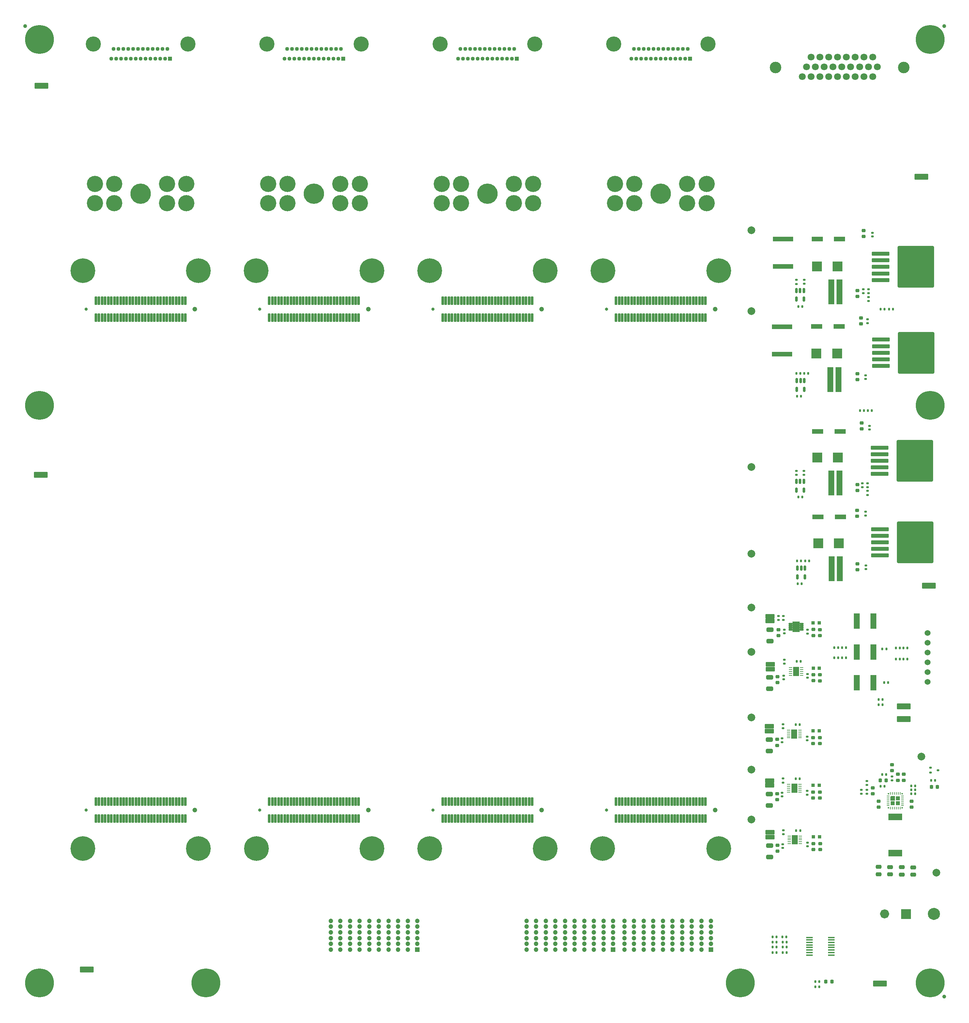
<source format=gbr>
%TF.GenerationSoftware,KiCad,Pcbnew,9.0.6-9.0.6~ubuntu22.04.1*%
%TF.CreationDate,2026-01-06T17:11:06-05:00*%
%TF.ProjectId,psc_carrier_brd,7073635f-6361-4727-9269-65725f627264,rev?*%
%TF.SameCoordinates,Original*%
%TF.FileFunction,Soldermask,Top*%
%TF.FilePolarity,Negative*%
%FSLAX46Y46*%
G04 Gerber Fmt 4.6, Leading zero omitted, Abs format (unit mm)*
G04 Created by KiCad (PCBNEW 9.0.6-9.0.6~ubuntu22.04.1) date 2026-01-06 17:11:06*
%MOMM*%
%LPD*%
G01*
G04 APERTURE LIST*
G04 Aperture macros list*
%AMRoundRect*
0 Rectangle with rounded corners*
0 $1 Rounding radius*
0 $2 $3 $4 $5 $6 $7 $8 $9 X,Y pos of 4 corners*
0 Add a 4 corners polygon primitive as box body*
4,1,4,$2,$3,$4,$5,$6,$7,$8,$9,$2,$3,0*
0 Add four circle primitives for the rounded corners*
1,1,$1+$1,$2,$3*
1,1,$1+$1,$4,$5*
1,1,$1+$1,$6,$7*
1,1,$1+$1,$8,$9*
0 Add four rect primitives between the rounded corners*
20,1,$1+$1,$2,$3,$4,$5,0*
20,1,$1+$1,$4,$5,$6,$7,0*
20,1,$1+$1,$6,$7,$8,$9,0*
20,1,$1+$1,$8,$9,$2,$3,0*%
%AMOutline5P*
0 Free polygon, 5 corners , with rotation*
0 The origin of the aperture is its center*
0 number of corners: always 5*
0 $1 to $10 corner X, Y*
0 $11 Rotation angle, in degrees counterclockwise*
0 create outline with 5 corners*
4,1,5,$1,$2,$3,$4,$5,$6,$7,$8,$9,$10,$1,$2,$11*%
%AMOutline6P*
0 Free polygon, 6 corners , with rotation*
0 The origin of the aperture is its center*
0 number of corners: always 6*
0 $1 to $12 corner X, Y*
0 $13 Rotation angle, in degrees counterclockwise*
0 create outline with 6 corners*
4,1,6,$1,$2,$3,$4,$5,$6,$7,$8,$9,$10,$11,$12,$1,$2,$13*%
%AMOutline7P*
0 Free polygon, 7 corners , with rotation*
0 The origin of the aperture is its center*
0 number of corners: always 7*
0 $1 to $14 corner X, Y*
0 $15 Rotation angle, in degrees counterclockwise*
0 create outline with 7 corners*
4,1,7,$1,$2,$3,$4,$5,$6,$7,$8,$9,$10,$11,$12,$13,$14,$1,$2,$15*%
%AMOutline8P*
0 Free polygon, 8 corners , with rotation*
0 The origin of the aperture is its center*
0 number of corners: always 8*
0 $1 to $16 corner X, Y*
0 $17 Rotation angle, in degrees counterclockwise*
0 create outline with 8 corners*
4,1,8,$1,$2,$3,$4,$5,$6,$7,$8,$9,$10,$11,$12,$13,$14,$15,$16,$1,$2,$17*%
G04 Aperture macros list end*
%ADD10C,1.226200*%
%ADD11C,1.576200*%
%ADD12C,0.010000*%
%ADD13C,1.000000*%
%ADD14C,3.600000*%
%ADD15C,6.400000*%
%ADD16R,2.997200X1.168400*%
%ADD17R,2.560396X2.499995*%
%ADD18RoundRect,0.135000X0.185000X-0.135000X0.185000X0.135000X-0.185000X0.135000X-0.185000X-0.135000X0*%
%ADD19RoundRect,0.102000X1.110000X-0.470000X1.110000X0.470000X-1.110000X0.470000X-1.110000X-0.470000X0*%
%ADD20RoundRect,0.062500X0.362500X0.062500X-0.362500X0.062500X-0.362500X-0.062500X0.362500X-0.062500X0*%
%ADD21R,1.650000X2.380000*%
%ADD22RoundRect,0.225000X-0.250000X0.225000X-0.250000X-0.225000X0.250000X-0.225000X0.250000X0.225000X0*%
%ADD23R,0.812800X0.889000*%
%ADD24C,2.000000*%
%ADD25RoundRect,0.222222X-1.552778X-0.577778X1.552778X-0.577778X1.552778X0.577778X-1.552778X0.577778X0*%
%ADD26RoundRect,0.135000X-0.135000X-0.185000X0.135000X-0.185000X0.135000X0.185000X-0.135000X0.185000X0*%
%ADD27RoundRect,0.250000X-2.050000X-0.300000X2.050000X-0.300000X2.050000X0.300000X-2.050000X0.300000X0*%
%ADD28RoundRect,0.250002X-4.449998X-5.149998X4.449998X-5.149998X4.449998X5.149998X-4.449998X5.149998X0*%
%ADD29RoundRect,0.135000X0.135000X0.185000X-0.135000X0.185000X-0.135000X-0.185000X0.135000X-0.185000X0*%
%ADD30RoundRect,0.218750X-0.218750X-0.256250X0.218750X-0.256250X0.218750X0.256250X-0.218750X0.256250X0*%
%ADD31C,4.204000*%
%ADD32C,5.284000*%
%ADD33C,2.997200*%
%ADD34C,1.804200*%
%ADD35RoundRect,0.135000X-0.185000X0.135000X-0.185000X-0.135000X0.185000X-0.135000X0.185000X0.135000X0*%
%ADD36C,7.500000*%
%ADD37RoundRect,0.102000X-0.698500X-0.139700X0.698500X-0.139700X0.698500X0.139700X-0.698500X0.139700X0*%
%ADD38C,1.524000*%
%ADD39RoundRect,0.140000X-0.170000X0.140000X-0.170000X-0.140000X0.170000X-0.140000X0.170000X0.140000X0*%
%ADD40R,1.603200X6.500000*%
%ADD41C,0.830000*%
%ADD42C,1.230000*%
%ADD43RoundRect,0.102000X-0.250000X-1.000000X0.250000X-1.000000X0.250000X1.000000X-0.250000X1.000000X0*%
%ADD44R,0.375000X0.375000*%
%ADD45R,0.700000X0.250000*%
%ADD46R,0.250000X0.700000*%
%ADD47Outline5P,-0.562500X0.427500X-0.427500X0.562500X0.562500X0.562500X0.562500X-0.562500X-0.562500X-0.562500X0.000000*%
%ADD48R,1.125000X1.125000*%
%ADD49R,5.308600X1.295400*%
%ADD50RoundRect,0.225000X0.250000X-0.225000X0.250000X0.225000X-0.250000X0.225000X-0.250000X-0.225000X0*%
%ADD51RoundRect,0.218750X0.218750X0.256250X-0.218750X0.256250X-0.218750X-0.256250X0.218750X-0.256250X0*%
%ADD52RoundRect,0.140000X0.170000X-0.140000X0.170000X0.140000X-0.170000X0.140000X-0.170000X-0.140000X0*%
%ADD53RoundRect,0.250000X-0.650000X0.325000X-0.650000X-0.325000X0.650000X-0.325000X0.650000X0.325000X0*%
%ADD54R,1.016000X1.016000*%
%ADD55C,1.016000*%
%ADD56C,3.937000*%
%ADD57RoundRect,0.150000X-0.150000X0.512500X-0.150000X-0.512500X0.150000X-0.512500X0.150000X0.512500X0*%
%ADD58RoundRect,0.250000X-0.475000X0.250000X-0.475000X-0.250000X0.475000X-0.250000X0.475000X0.250000X0*%
%ADD59R,3.560000X1.780000*%
%ADD60RoundRect,0.102000X-0.500000X-0.500000X0.500000X-0.500000X0.500000X0.500000X-0.500000X0.500000X0*%
%ADD61C,1.204000*%
%ADD62R,1.676400X0.355600*%
%ADD63RoundRect,0.225000X-0.225000X-0.250000X0.225000X-0.250000X0.225000X0.250000X-0.225000X0.250000X0*%
%ADD64C,3.000000*%
%ADD65RoundRect,0.090000X0.393700X0.152400X-0.393700X0.152400X-0.393700X-0.152400X0.393700X-0.152400X0*%
%ADD66RoundRect,0.090000X0.876300X1.244600X-0.876300X1.244600X-0.876300X-1.244600X0.876300X-1.244600X0*%
%ADD67RoundRect,0.112500X-0.237500X0.112500X-0.237500X-0.112500X0.237500X-0.112500X0.237500X0.112500X0*%
G04 APERTURE END LIST*
D10*
%TO.C,J4*%
X288683100Y-312000000D02*
G75*
G02*
X287456900Y-312000000I-613100J0D01*
G01*
X287456900Y-312000000D02*
G75*
G02*
X288683100Y-312000000I613100J0D01*
G01*
D11*
X301658100Y-312000000D02*
G75*
G02*
X300081900Y-312000000I-788100J0D01*
G01*
X300081900Y-312000000D02*
G75*
G02*
X301658100Y-312000000I788100J0D01*
G01*
D12*
X294796200Y-313226200D02*
X292343800Y-313226200D01*
X292343800Y-310773800D01*
X294796200Y-310773800D01*
X294796200Y-313226200D01*
G36*
X294796200Y-313226200D02*
G01*
X292343800Y-313226200D01*
X292343800Y-310773800D01*
X294796200Y-310773800D01*
X294796200Y-313226200D01*
G37*
%TD*%
D13*
%TO.C,REF\u002A\u002A*%
X303500000Y-333500000D03*
%TD*%
%TO.C,REF\u002A\u002A*%
X303500000Y-81500000D03*
%TD*%
%TO.C,REF\u002A\u002A*%
X65000000Y-81500000D03*
%TD*%
D14*
%TO.C,MT11*%
X125000000Y-145000000D03*
D15*
X125000000Y-145000000D03*
%TD*%
D16*
%TO.C,C61*%
X270466700Y-159500000D03*
X276283300Y-159500000D03*
%TD*%
D17*
%TO.C,C8*%
X275924895Y-193525000D03*
X270580507Y-193525000D03*
%TD*%
D18*
%TO.C,R16*%
X261800000Y-235700000D03*
X261800000Y-234680000D03*
%TD*%
D19*
%TO.C,R13*%
X258300000Y-235950000D03*
X258300000Y-234720000D03*
%TD*%
D20*
%TO.C,U9*%
X266180000Y-293785000D03*
X266180000Y-293285000D03*
X266180000Y-292785000D03*
X266180000Y-292285000D03*
X266180000Y-291785000D03*
X263280000Y-291785000D03*
X263280000Y-292285000D03*
X263280000Y-292785000D03*
X263280000Y-293285000D03*
X263280000Y-293785000D03*
D21*
X264730000Y-292785000D03*
%TD*%
D22*
%TO.C,C20*%
X269550000Y-249900000D03*
X269550000Y-251450000D03*
%TD*%
D23*
%TO.C,L5*%
X269530100Y-278590000D03*
X271130300Y-278590000D03*
%TD*%
D24*
%TO.C,TP4*%
X253500000Y-232500000D03*
%TD*%
D25*
%TO.C,TP14*%
X81000000Y-326400000D03*
%TD*%
D26*
%TO.C,R64*%
X261570000Y-318000000D03*
X262590000Y-318000000D03*
%TD*%
D27*
%TO.C,U19*%
X287000000Y-140625000D03*
X287000000Y-142325000D03*
X287000000Y-144025000D03*
D28*
X296150000Y-144025000D03*
D27*
X287000000Y-145725000D03*
X287000000Y-147425000D03*
%TD*%
D19*
%TO.C,R14*%
X258400000Y-248450000D03*
X258400000Y-247220000D03*
%TD*%
D29*
%TO.C,R48*%
X289010000Y-251900000D03*
X287990000Y-251900000D03*
%TD*%
D30*
%TO.C,D1*%
X300212500Y-279000000D03*
X301787500Y-279000000D03*
%TD*%
D26*
%TO.C,R27*%
X300150000Y-277350000D03*
X301170000Y-277350000D03*
%TD*%
D25*
%TO.C,TP12*%
X299600000Y-226800000D03*
%TD*%
D26*
%TO.C,R26*%
X295000000Y-278800000D03*
X296020000Y-278800000D03*
%TD*%
%TO.C,R66*%
X261590000Y-320600000D03*
X262610000Y-320600000D03*
%TD*%
D31*
%TO.C,U17*%
X173142000Y-122500000D03*
X178142000Y-122500000D03*
X191858000Y-122500000D03*
X196858000Y-122500000D03*
X173142000Y-127500000D03*
X178142000Y-127500000D03*
X191858000Y-127500000D03*
X196858000Y-127500000D03*
D32*
X185000000Y-125000000D03*
%TD*%
D33*
%TO.C,J7*%
X259727000Y-92212400D03*
X293026400Y-92212400D03*
D34*
X285000000Y-94600000D03*
X282714000Y-94600000D03*
X280428000Y-94600000D03*
X278142000Y-94600000D03*
X275830600Y-94600000D03*
X273544600Y-94600000D03*
X271258600Y-94600000D03*
X268972600Y-94600000D03*
X266686600Y-94600000D03*
X286143000Y-92060000D03*
X283857000Y-92060000D03*
X281571000Y-92060000D03*
X279259600Y-92060000D03*
X276973600Y-92060000D03*
X274687600Y-92060000D03*
X272401600Y-92060000D03*
X270115600Y-92060000D03*
X267829600Y-92060000D03*
X285000000Y-89520000D03*
X282714000Y-89520000D03*
X280428000Y-89520000D03*
X278142000Y-89520000D03*
X275830600Y-89520000D03*
X273544600Y-89520000D03*
X271258600Y-89520000D03*
X268972600Y-89520000D03*
%TD*%
D35*
%TO.C,R15*%
X260550000Y-234690000D03*
X260550000Y-235710000D03*
%TD*%
D18*
%TO.C,R28*%
X290000000Y-277300000D03*
X290000000Y-276280000D03*
%TD*%
D36*
%TO.C,MT2*%
X111960000Y-329920000D03*
%TD*%
D27*
%TO.C,U2*%
X286775000Y-190975000D03*
X286775000Y-192675000D03*
X286775000Y-194375000D03*
D28*
X295925000Y-194375000D03*
D27*
X286775000Y-196075000D03*
X286775000Y-197775000D03*
%TD*%
D16*
%TO.C,C2*%
X270783400Y-208900000D03*
X276600000Y-208900000D03*
%TD*%
D20*
%TO.C,U7*%
X266550000Y-250045000D03*
X266550000Y-249545000D03*
X266550000Y-249045000D03*
X266550000Y-248545000D03*
X266550000Y-248045000D03*
X263650000Y-248045000D03*
X263650000Y-248545000D03*
X263650000Y-249045000D03*
X263650000Y-249545000D03*
X263650000Y-250045000D03*
D21*
X265100000Y-249045000D03*
%TD*%
D14*
%TO.C,MT21*%
X214866500Y-295000000D03*
D15*
X214866500Y-295000000D03*
%TD*%
D23*
%TO.C,L2*%
X269550000Y-248200000D03*
X271150200Y-248200000D03*
%TD*%
D18*
%TO.C,R33*%
X283500000Y-280810000D03*
X283500000Y-279790000D03*
%TD*%
%TO.C,R32*%
X283500000Y-278545000D03*
X283500000Y-277525000D03*
%TD*%
D31*
%TO.C,U16*%
X128142000Y-122500000D03*
X133142000Y-122500000D03*
X146858000Y-122500000D03*
X151858000Y-122500000D03*
X128142000Y-127500000D03*
X133142000Y-127500000D03*
X146858000Y-127500000D03*
X151858000Y-127500000D03*
D32*
X140000000Y-125000000D03*
%TD*%
D37*
%TO.C,U13*%
X280815600Y-242248670D03*
X280815600Y-242749050D03*
X280815600Y-243249431D03*
X280815600Y-243749809D03*
X280815600Y-244250191D03*
X280815600Y-244750569D03*
X280815600Y-245250950D03*
X280815600Y-245751330D03*
X285184400Y-245751330D03*
X285184400Y-245250950D03*
X285184400Y-244750569D03*
X285184400Y-244250191D03*
X285184400Y-243749809D03*
X285184400Y-243249431D03*
X285184400Y-242749050D03*
X285184400Y-242248670D03*
%TD*%
D25*
%TO.C,TP15*%
X69300000Y-97000000D03*
%TD*%
D38*
%TO.C,U1*%
X299200000Y-239040000D03*
X299200000Y-241580000D03*
X299200000Y-244120000D03*
X299200000Y-246660000D03*
X299200000Y-249200000D03*
X299200000Y-251740000D03*
%TD*%
D39*
%TO.C,C31*%
X261490000Y-266435000D03*
X261490000Y-267395000D03*
%TD*%
D37*
%TO.C,U14*%
X280815600Y-234248670D03*
X280815600Y-234749050D03*
X280815600Y-235249431D03*
X280815600Y-235749809D03*
X280815600Y-236250191D03*
X280815600Y-236750569D03*
X280815600Y-237250950D03*
X280815600Y-237751330D03*
X285184400Y-237751330D03*
X285184400Y-237250950D03*
X285184400Y-236750569D03*
X285184400Y-236250191D03*
X285184400Y-235749809D03*
X285184400Y-235249431D03*
X285184400Y-234749050D03*
X285184400Y-234248670D03*
%TD*%
D40*
%TO.C,R56*%
X276375000Y-150500000D03*
X274271798Y-150500000D03*
%TD*%
D24*
%TO.C,TP5*%
X253500000Y-261000000D03*
%TD*%
D41*
%TO.C,J15*%
X215900000Y-155000000D03*
D42*
X244100000Y-155000000D03*
D43*
X218400000Y-152800000D03*
X218400000Y-157200000D03*
X219200000Y-152800000D03*
X219200000Y-157200000D03*
X220000000Y-152800000D03*
X220000000Y-157200000D03*
X220800000Y-152800000D03*
X220800000Y-157200000D03*
X221600000Y-152800000D03*
X221600000Y-157200000D03*
X222400000Y-152800000D03*
X222400000Y-157200000D03*
X223200000Y-152800000D03*
X223200000Y-157200000D03*
X224000000Y-152800000D03*
X224000000Y-157200000D03*
X224800000Y-152800000D03*
X224800000Y-157200000D03*
X225600000Y-152800000D03*
X225600000Y-157200000D03*
X226400000Y-152800000D03*
X226400000Y-157200000D03*
X227200000Y-152800000D03*
X227200000Y-157200000D03*
X228000000Y-152800000D03*
X228000000Y-157200000D03*
X228800000Y-152800000D03*
X228800000Y-157200000D03*
X229600000Y-152800000D03*
X229600000Y-157200000D03*
X230400000Y-152800000D03*
X230400000Y-157200000D03*
X231200000Y-152800000D03*
X231200000Y-157200000D03*
X232000000Y-152800000D03*
X232000000Y-157200000D03*
X232800000Y-152800000D03*
X232800000Y-157200000D03*
X233600000Y-152800000D03*
X233600000Y-157200000D03*
X234400000Y-152800000D03*
X234400000Y-157200000D03*
X235200000Y-152800000D03*
X235200000Y-157200000D03*
X236000000Y-152800000D03*
X236000000Y-157200000D03*
X236800000Y-152800000D03*
X236800000Y-157200000D03*
X237600000Y-152800000D03*
X237600000Y-157200000D03*
X238400000Y-152800000D03*
X238400000Y-157200000D03*
X239200000Y-152800000D03*
X239200000Y-157200000D03*
X240000000Y-152800000D03*
X240000000Y-157200000D03*
X240800000Y-152800000D03*
X240800000Y-157200000D03*
X241600000Y-152800000D03*
X241600000Y-157200000D03*
%TD*%
D25*
%TO.C,TP17*%
X286900000Y-330100000D03*
%TD*%
D14*
%TO.C,MT22*%
X245000000Y-295000000D03*
D15*
X245000000Y-295000000D03*
%TD*%
D24*
%TO.C,TP10*%
X253500000Y-134500000D03*
%TD*%
D22*
%TO.C,C32*%
X260180000Y-266685000D03*
X260180000Y-268235000D03*
%TD*%
D29*
%TO.C,R29*%
X296020000Y-280800000D03*
X295000000Y-280800000D03*
%TD*%
D24*
%TO.C,TP3*%
X253500000Y-244000000D03*
%TD*%
D41*
%TO.C,J10*%
X125900000Y-285000000D03*
D42*
X154100000Y-285000000D03*
D43*
X128400000Y-282800000D03*
X128400000Y-287200000D03*
X129200000Y-282800000D03*
X129200000Y-287200000D03*
X130000000Y-282800000D03*
X130000000Y-287200000D03*
X130800000Y-282800000D03*
X130800000Y-287200000D03*
X131600000Y-282800000D03*
X131600000Y-287200000D03*
X132400000Y-282800000D03*
X132400000Y-287200000D03*
X133200000Y-282800000D03*
X133200000Y-287200000D03*
X134000000Y-282800000D03*
X134000000Y-287200000D03*
X134800000Y-282800000D03*
X134800000Y-287200000D03*
X135600000Y-282800000D03*
X135600000Y-287200000D03*
X136400000Y-282800000D03*
X136400000Y-287200000D03*
X137200000Y-282800000D03*
X137200000Y-287200000D03*
X138000000Y-282800000D03*
X138000000Y-287200000D03*
X138800000Y-282800000D03*
X138800000Y-287200000D03*
X139600000Y-282800000D03*
X139600000Y-287200000D03*
X140400000Y-282800000D03*
X140400000Y-287200000D03*
X141200000Y-282800000D03*
X141200000Y-287200000D03*
X142000000Y-282800000D03*
X142000000Y-287200000D03*
X142800000Y-282800000D03*
X142800000Y-287200000D03*
X143600000Y-282800000D03*
X143600000Y-287200000D03*
X144400000Y-282800000D03*
X144400000Y-287200000D03*
X145200000Y-282800000D03*
X145200000Y-287200000D03*
X146000000Y-282800000D03*
X146000000Y-287200000D03*
X146800000Y-282800000D03*
X146800000Y-287200000D03*
X147600000Y-282800000D03*
X147600000Y-287200000D03*
X148400000Y-282800000D03*
X148400000Y-287200000D03*
X149200000Y-282800000D03*
X149200000Y-287200000D03*
X150000000Y-282800000D03*
X150000000Y-287200000D03*
X150800000Y-282800000D03*
X150800000Y-287200000D03*
X151600000Y-282800000D03*
X151600000Y-287200000D03*
%TD*%
D26*
%TO.C,R62*%
X258990000Y-320600000D03*
X260010000Y-320600000D03*
%TD*%
D44*
%TO.C,U11*%
X289025000Y-280825000D03*
X289025000Y-284450000D03*
X292650000Y-280825000D03*
X292650000Y-284450000D03*
D45*
X288937500Y-281387500D03*
X288937500Y-281887500D03*
X288937500Y-282387500D03*
X288937500Y-282887500D03*
X288937500Y-283387500D03*
X288937500Y-283887500D03*
D46*
X289587500Y-284537500D03*
X290087500Y-284537500D03*
X290587500Y-284537500D03*
X291087500Y-284537500D03*
X291587500Y-284537500D03*
X292087500Y-284537500D03*
D45*
X292737500Y-283887500D03*
X292737500Y-283387500D03*
X292737500Y-282887500D03*
X292737500Y-282387500D03*
X292737500Y-281887500D03*
X292737500Y-281387500D03*
D46*
X292087500Y-280737500D03*
X291587500Y-280737500D03*
X291087500Y-280737500D03*
X290587500Y-280737500D03*
X290087500Y-280737500D03*
X289587500Y-280737500D03*
D47*
X290175000Y-281975000D03*
D48*
X291500000Y-281975000D03*
X290175000Y-283300000D03*
X291500000Y-283300000D03*
%TD*%
D18*
%TO.C,R12*%
X262050000Y-247045000D03*
X262050000Y-246025000D03*
%TD*%
D49*
%TO.C,F1*%
X261750000Y-143912000D03*
X261750000Y-136800000D03*
%TD*%
D50*
%TO.C,C3*%
X282125000Y-186100000D03*
X282125000Y-184550000D03*
%TD*%
D26*
%TO.C,R70*%
X270090000Y-330900000D03*
X271110000Y-330900000D03*
%TD*%
%TO.C,R69*%
X286480000Y-256300000D03*
X287500000Y-256300000D03*
%TD*%
D39*
%TO.C,C30*%
X267940000Y-265975000D03*
X267940000Y-266935000D03*
%TD*%
D35*
%TO.C,R50*%
X283865000Y-149790000D03*
X283865000Y-150810000D03*
%TD*%
D19*
%TO.C,R22*%
X258290000Y-292040000D03*
X258290000Y-290810000D03*
%TD*%
D24*
%TO.C,TP7*%
X253500000Y-274500000D03*
%TD*%
D17*
%TO.C,C66*%
X270380612Y-166500000D03*
X275725000Y-166500000D03*
%TD*%
D51*
%TO.C,D3*%
X274387500Y-329600000D03*
X272812500Y-329600000D03*
%TD*%
D29*
%TO.C,R36*%
X293990000Y-243000000D03*
X292970000Y-243000000D03*
%TD*%
D14*
%TO.C,MT14*%
X155000000Y-295000000D03*
D15*
X155000000Y-295000000D03*
%TD*%
D52*
%TO.C,C65*%
X283625000Y-158600000D03*
X283625000Y-157640000D03*
%TD*%
D41*
%TO.C,J9*%
X125900000Y-155000000D03*
D42*
X154100000Y-155000000D03*
D43*
X128400000Y-152800000D03*
X128400000Y-157200000D03*
X129200000Y-152800000D03*
X129200000Y-157200000D03*
X130000000Y-152800000D03*
X130000000Y-157200000D03*
X130800000Y-152800000D03*
X130800000Y-157200000D03*
X131600000Y-152800000D03*
X131600000Y-157200000D03*
X132400000Y-152800000D03*
X132400000Y-157200000D03*
X133200000Y-152800000D03*
X133200000Y-157200000D03*
X134000000Y-152800000D03*
X134000000Y-157200000D03*
X134800000Y-152800000D03*
X134800000Y-157200000D03*
X135600000Y-152800000D03*
X135600000Y-157200000D03*
X136400000Y-152800000D03*
X136400000Y-157200000D03*
X137200000Y-152800000D03*
X137200000Y-157200000D03*
X138000000Y-152800000D03*
X138000000Y-157200000D03*
X138800000Y-152800000D03*
X138800000Y-157200000D03*
X139600000Y-152800000D03*
X139600000Y-157200000D03*
X140400000Y-152800000D03*
X140400000Y-157200000D03*
X141200000Y-152800000D03*
X141200000Y-157200000D03*
X142000000Y-152800000D03*
X142000000Y-157200000D03*
X142800000Y-152800000D03*
X142800000Y-157200000D03*
X143600000Y-152800000D03*
X143600000Y-157200000D03*
X144400000Y-152800000D03*
X144400000Y-157200000D03*
X145200000Y-152800000D03*
X145200000Y-157200000D03*
X146000000Y-152800000D03*
X146000000Y-157200000D03*
X146800000Y-152800000D03*
X146800000Y-157200000D03*
X147600000Y-152800000D03*
X147600000Y-157200000D03*
X148400000Y-152800000D03*
X148400000Y-157200000D03*
X149200000Y-152800000D03*
X149200000Y-157200000D03*
X150000000Y-152800000D03*
X150000000Y-157200000D03*
X150800000Y-152800000D03*
X150800000Y-157200000D03*
X151600000Y-152800000D03*
X151600000Y-157200000D03*
%TD*%
D26*
%TO.C,R58*%
X267200000Y-171700000D03*
X268220000Y-171700000D03*
%TD*%
%TO.C,R46*%
X281700000Y-181300000D03*
X282720000Y-181300000D03*
%TD*%
D14*
%TO.C,MT9*%
X80000000Y-295000000D03*
D15*
X80000000Y-295000000D03*
%TD*%
D39*
%TO.C,C24*%
X262060000Y-238200000D03*
X262060000Y-239160000D03*
%TD*%
D35*
%TO.C,R31*%
X282000000Y-279790000D03*
X282000000Y-280810000D03*
%TD*%
D26*
%TO.C,R38*%
X274980000Y-245500000D03*
X276000000Y-245500000D03*
%TD*%
D19*
%TO.C,R19*%
X258190000Y-264535000D03*
X258190000Y-263305000D03*
%TD*%
D17*
%TO.C,C7*%
X270880612Y-215800000D03*
X276225000Y-215800000D03*
%TD*%
D26*
%TO.C,R67*%
X261590000Y-322000000D03*
X262610000Y-322000000D03*
%TD*%
D20*
%TO.C,U8*%
X266080000Y-266280000D03*
X266080000Y-265780000D03*
X266080000Y-265280000D03*
X266080000Y-264780000D03*
X266080000Y-264280000D03*
X263180000Y-264280000D03*
X263180000Y-264780000D03*
X263180000Y-265280000D03*
X263180000Y-265780000D03*
X263180000Y-266280000D03*
D21*
X264630000Y-265280000D03*
%TD*%
D31*
%TO.C,U15*%
X83142000Y-122500000D03*
X88142000Y-122500000D03*
X101858000Y-122500000D03*
X106858000Y-122500000D03*
X83142000Y-127500000D03*
X88142000Y-127500000D03*
X101858000Y-127500000D03*
X106858000Y-127500000D03*
D32*
X95000000Y-125000000D03*
%TD*%
D52*
%TO.C,C6*%
X283125000Y-208560000D03*
X283125000Y-207600000D03*
%TD*%
D29*
%TO.C,R20*%
X266160000Y-290340000D03*
X265140000Y-290340000D03*
%TD*%
D53*
%TO.C,C27*%
X258200000Y-250550000D03*
X258200000Y-253500000D03*
%TD*%
D14*
%TO.C,MT17*%
X170000000Y-295000000D03*
D15*
X170000000Y-295000000D03*
%TD*%
D39*
%TO.C,C42*%
X267950000Y-280080000D03*
X267950000Y-281040000D03*
%TD*%
D29*
%TO.C,R49*%
X288510000Y-243200000D03*
X287490000Y-243200000D03*
%TD*%
D36*
%TO.C,MT4*%
X299920000Y-85000000D03*
%TD*%
D50*
%TO.C,C48*%
X291500000Y-277300000D03*
X291500000Y-275750000D03*
%TD*%
D14*
%TO.C,MT18*%
X200000000Y-295000000D03*
D15*
X200000000Y-295000000D03*
%TD*%
D29*
%TO.C,R55*%
X266410000Y-177600000D03*
X265390000Y-177600000D03*
%TD*%
D39*
%TO.C,C10*%
X283225000Y-221545000D03*
X283225000Y-222505000D03*
%TD*%
D16*
%TO.C,C1*%
X276525000Y-186700000D03*
X270708400Y-186700000D03*
%TD*%
D29*
%TO.C,R54*%
X266712500Y-154312500D03*
X265692500Y-154312500D03*
%TD*%
D25*
%TO.C,TP18*%
X293000000Y-258100000D03*
%TD*%
D41*
%TO.C,J12*%
X170900000Y-155000000D03*
D42*
X199100000Y-155000000D03*
D43*
X173400000Y-152800000D03*
X173400000Y-157200000D03*
X174200000Y-152800000D03*
X174200000Y-157200000D03*
X175000000Y-152800000D03*
X175000000Y-157200000D03*
X175800000Y-152800000D03*
X175800000Y-157200000D03*
X176600000Y-152800000D03*
X176600000Y-157200000D03*
X177400000Y-152800000D03*
X177400000Y-157200000D03*
X178200000Y-152800000D03*
X178200000Y-157200000D03*
X179000000Y-152800000D03*
X179000000Y-157200000D03*
X179800000Y-152800000D03*
X179800000Y-157200000D03*
X180600000Y-152800000D03*
X180600000Y-157200000D03*
X181400000Y-152800000D03*
X181400000Y-157200000D03*
X182200000Y-152800000D03*
X182200000Y-157200000D03*
X183000000Y-152800000D03*
X183000000Y-157200000D03*
X183800000Y-152800000D03*
X183800000Y-157200000D03*
X184600000Y-152800000D03*
X184600000Y-157200000D03*
X185400000Y-152800000D03*
X185400000Y-157200000D03*
X186200000Y-152800000D03*
X186200000Y-157200000D03*
X187000000Y-152800000D03*
X187000000Y-157200000D03*
X187800000Y-152800000D03*
X187800000Y-157200000D03*
X188600000Y-152800000D03*
X188600000Y-157200000D03*
X189400000Y-152800000D03*
X189400000Y-157200000D03*
X190200000Y-152800000D03*
X190200000Y-157200000D03*
X191000000Y-152800000D03*
X191000000Y-157200000D03*
X191800000Y-152800000D03*
X191800000Y-157200000D03*
X192600000Y-152800000D03*
X192600000Y-157200000D03*
X193400000Y-152800000D03*
X193400000Y-157200000D03*
X194200000Y-152800000D03*
X194200000Y-157200000D03*
X195000000Y-152800000D03*
X195000000Y-157200000D03*
X195800000Y-152800000D03*
X195800000Y-157200000D03*
X196600000Y-152800000D03*
X196600000Y-157200000D03*
%TD*%
D26*
%TO.C,R42*%
X290980000Y-245800000D03*
X292000000Y-245800000D03*
%TD*%
D24*
%TO.C,TP2*%
X301500000Y-301300000D03*
%TD*%
D40*
%TO.C,R53*%
X274021798Y-173300000D03*
X276125000Y-173300000D03*
%TD*%
D22*
%TO.C,C44*%
X260190000Y-280790000D03*
X260190000Y-282340000D03*
%TD*%
D41*
%TO.C,J5*%
X80900000Y-155000000D03*
D42*
X109100000Y-155000000D03*
D43*
X83400000Y-152800000D03*
X83400000Y-157200000D03*
X84200000Y-152800000D03*
X84200000Y-157200000D03*
X85000000Y-152800000D03*
X85000000Y-157200000D03*
X85800000Y-152800000D03*
X85800000Y-157200000D03*
X86600000Y-152800000D03*
X86600000Y-157200000D03*
X87400000Y-152800000D03*
X87400000Y-157200000D03*
X88200000Y-152800000D03*
X88200000Y-157200000D03*
X89000000Y-152800000D03*
X89000000Y-157200000D03*
X89800000Y-152800000D03*
X89800000Y-157200000D03*
X90600000Y-152800000D03*
X90600000Y-157200000D03*
X91400000Y-152800000D03*
X91400000Y-157200000D03*
X92200000Y-152800000D03*
X92200000Y-157200000D03*
X93000000Y-152800000D03*
X93000000Y-157200000D03*
X93800000Y-152800000D03*
X93800000Y-157200000D03*
X94600000Y-152800000D03*
X94600000Y-157200000D03*
X95400000Y-152800000D03*
X95400000Y-157200000D03*
X96200000Y-152800000D03*
X96200000Y-157200000D03*
X97000000Y-152800000D03*
X97000000Y-157200000D03*
X97800000Y-152800000D03*
X97800000Y-157200000D03*
X98600000Y-152800000D03*
X98600000Y-157200000D03*
X99400000Y-152800000D03*
X99400000Y-157200000D03*
X100200000Y-152800000D03*
X100200000Y-157200000D03*
X101000000Y-152800000D03*
X101000000Y-157200000D03*
X101800000Y-152800000D03*
X101800000Y-157200000D03*
X102600000Y-152800000D03*
X102600000Y-157200000D03*
X103400000Y-152800000D03*
X103400000Y-157200000D03*
X104200000Y-152800000D03*
X104200000Y-157200000D03*
X105000000Y-152800000D03*
X105000000Y-157200000D03*
X105800000Y-152800000D03*
X105800000Y-157200000D03*
X106600000Y-152800000D03*
X106600000Y-157200000D03*
%TD*%
D26*
%TO.C,R34*%
X287000000Y-278850000D03*
X288020000Y-278850000D03*
%TD*%
D22*
%TO.C,C16*%
X271290000Y-238200000D03*
X271290000Y-239750000D03*
%TD*%
D36*
%TO.C,MT5*%
X299920000Y-329920000D03*
%TD*%
D50*
%TO.C,C63*%
X281925000Y-158800000D03*
X281925000Y-157250000D03*
%TD*%
D26*
%TO.C,R39*%
X277000000Y-245500000D03*
X278020000Y-245500000D03*
%TD*%
D24*
%TO.C,TP8*%
X253500000Y-196000000D03*
%TD*%
D41*
%TO.C,J16*%
X215900000Y-285000000D03*
D42*
X244100000Y-285000000D03*
D43*
X218400000Y-282800000D03*
X218400000Y-287200000D03*
X219200000Y-282800000D03*
X219200000Y-287200000D03*
X220000000Y-282800000D03*
X220000000Y-287200000D03*
X220800000Y-282800000D03*
X220800000Y-287200000D03*
X221600000Y-282800000D03*
X221600000Y-287200000D03*
X222400000Y-282800000D03*
X222400000Y-287200000D03*
X223200000Y-282800000D03*
X223200000Y-287200000D03*
X224000000Y-282800000D03*
X224000000Y-287200000D03*
X224800000Y-282800000D03*
X224800000Y-287200000D03*
X225600000Y-282800000D03*
X225600000Y-287200000D03*
X226400000Y-282800000D03*
X226400000Y-287200000D03*
X227200000Y-282800000D03*
X227200000Y-287200000D03*
X228000000Y-282800000D03*
X228000000Y-287200000D03*
X228800000Y-282800000D03*
X228800000Y-287200000D03*
X229600000Y-282800000D03*
X229600000Y-287200000D03*
X230400000Y-282800000D03*
X230400000Y-287200000D03*
X231200000Y-282800000D03*
X231200000Y-287200000D03*
X232000000Y-282800000D03*
X232000000Y-287200000D03*
X232800000Y-282800000D03*
X232800000Y-287200000D03*
X233600000Y-282800000D03*
X233600000Y-287200000D03*
X234400000Y-282800000D03*
X234400000Y-287200000D03*
X235200000Y-282800000D03*
X235200000Y-287200000D03*
X236000000Y-282800000D03*
X236000000Y-287200000D03*
X236800000Y-282800000D03*
X236800000Y-287200000D03*
X237600000Y-282800000D03*
X237600000Y-287200000D03*
X238400000Y-282800000D03*
X238400000Y-287200000D03*
X239200000Y-282800000D03*
X239200000Y-287200000D03*
X240000000Y-282800000D03*
X240000000Y-287200000D03*
X240800000Y-282800000D03*
X240800000Y-287200000D03*
X241600000Y-282800000D03*
X241600000Y-287200000D03*
%TD*%
D36*
%TO.C,MT24*%
X68780000Y-180000000D03*
%TD*%
D14*
%TO.C,MT16*%
X200000000Y-145000000D03*
D15*
X200000000Y-145000000D03*
%TD*%
D36*
%TO.C,MT6*%
X68780000Y-85000000D03*
%TD*%
D22*
%TO.C,C28*%
X271240000Y-266235000D03*
X271240000Y-267785000D03*
%TD*%
D54*
%TO.C,J11*%
X147620000Y-90000000D03*
D55*
X146350000Y-90000000D03*
X145080000Y-90000000D03*
X143810000Y-90000000D03*
X142540000Y-90000000D03*
X141270000Y-90000000D03*
X140000000Y-90000000D03*
X138730000Y-90000000D03*
X137460000Y-90000000D03*
X136190000Y-90000000D03*
X134920000Y-90000000D03*
X133650000Y-90000000D03*
X132380000Y-90000000D03*
X146985000Y-87460000D03*
X145715000Y-87460000D03*
X144445000Y-87460000D03*
X143175000Y-87460000D03*
X141905000Y-87460000D03*
X140635000Y-87460000D03*
X139365000Y-87460000D03*
X138095000Y-87460000D03*
X136825000Y-87460000D03*
X135555000Y-87460000D03*
X134285000Y-87460000D03*
X133015000Y-87460000D03*
D56*
X127744500Y-86190000D03*
X152255500Y-86190000D03*
%TD*%
D54*
%TO.C,J17*%
X237620000Y-90000000D03*
D55*
X236350000Y-90000000D03*
X235080000Y-90000000D03*
X233810000Y-90000000D03*
X232540000Y-90000000D03*
X231270000Y-90000000D03*
X230000000Y-90000000D03*
X228730000Y-90000000D03*
X227460000Y-90000000D03*
X226190000Y-90000000D03*
X224920000Y-90000000D03*
X223650000Y-90000000D03*
X222380000Y-90000000D03*
X236985000Y-87460000D03*
X235715000Y-87460000D03*
X234445000Y-87460000D03*
X233175000Y-87460000D03*
X231905000Y-87460000D03*
X230635000Y-87460000D03*
X229365000Y-87460000D03*
X228095000Y-87460000D03*
X226825000Y-87460000D03*
X225555000Y-87460000D03*
X224285000Y-87460000D03*
X223015000Y-87460000D03*
D56*
X217744500Y-86190000D03*
X242255500Y-86190000D03*
%TD*%
D26*
%TO.C,R45*%
X277000000Y-242900000D03*
X278020000Y-242900000D03*
%TD*%
D29*
%TO.C,R23*%
X266070000Y-276940000D03*
X265050000Y-276940000D03*
%TD*%
D57*
%TO.C,U4*%
X267372500Y-222237500D03*
X266422500Y-222237500D03*
X265472500Y-222237500D03*
X265472500Y-224512500D03*
X267372500Y-224512500D03*
%TD*%
D58*
%TO.C,C56*%
X286500000Y-299800000D03*
X286500000Y-301700000D03*
%TD*%
D50*
%TO.C,C46*%
X293000000Y-277300000D03*
X293000000Y-275750000D03*
%TD*%
D39*
%TO.C,C36*%
X268040000Y-293480000D03*
X268040000Y-294440000D03*
%TD*%
D23*
%TO.C,L3*%
X269520100Y-264485000D03*
X271120300Y-264485000D03*
%TD*%
D57*
%TO.C,U21*%
X267200000Y-173525000D03*
X266250000Y-173525000D03*
X265300000Y-173525000D03*
X265300000Y-175800000D03*
X267200000Y-175800000D03*
%TD*%
D50*
%TO.C,C49*%
X295050000Y-284272500D03*
X295050000Y-282722500D03*
%TD*%
D26*
%TO.C,R43*%
X292980000Y-245800000D03*
X294000000Y-245800000D03*
%TD*%
D39*
%TO.C,C37*%
X261590000Y-293940000D03*
X261590000Y-294900000D03*
%TD*%
D24*
%TO.C,TP9*%
X253500000Y-218500000D03*
%TD*%
D58*
%TO.C,C54*%
X292500000Y-299860000D03*
X292500000Y-301760000D03*
%TD*%
D23*
%TO.C,L1*%
X269489900Y-236450000D03*
X271090100Y-236450000D03*
%TD*%
D59*
%TO.C,L6*%
X290850000Y-286800000D03*
X290850000Y-296200000D03*
%TD*%
D57*
%TO.C,U5*%
X267090000Y-199725000D03*
X266140000Y-199725000D03*
X265190000Y-199725000D03*
X265190000Y-202000000D03*
X267090000Y-202000000D03*
%TD*%
D27*
%TO.C,U20*%
X287075000Y-162900000D03*
X287075000Y-164600000D03*
X287075000Y-166300000D03*
D28*
X296225000Y-166300000D03*
D27*
X287075000Y-168000000D03*
X287075000Y-169700000D03*
%TD*%
D29*
%TO.C,R11*%
X266310000Y-246450000D03*
X265290000Y-246450000D03*
%TD*%
D26*
%TO.C,R61*%
X258990000Y-319300000D03*
X260010000Y-319300000D03*
%TD*%
%TO.C,R44*%
X275000000Y-242900000D03*
X276020000Y-242900000D03*
%TD*%
D40*
%TO.C,R4*%
X274321798Y-222400000D03*
X276425000Y-222400000D03*
%TD*%
D41*
%TO.C,J13*%
X170900000Y-285000000D03*
D42*
X199100000Y-285000000D03*
D43*
X173400000Y-282800000D03*
X173400000Y-287200000D03*
X174200000Y-282800000D03*
X174200000Y-287200000D03*
X175000000Y-282800000D03*
X175000000Y-287200000D03*
X175800000Y-282800000D03*
X175800000Y-287200000D03*
X176600000Y-282800000D03*
X176600000Y-287200000D03*
X177400000Y-282800000D03*
X177400000Y-287200000D03*
X178200000Y-282800000D03*
X178200000Y-287200000D03*
X179000000Y-282800000D03*
X179000000Y-287200000D03*
X179800000Y-282800000D03*
X179800000Y-287200000D03*
X180600000Y-282800000D03*
X180600000Y-287200000D03*
X181400000Y-282800000D03*
X181400000Y-287200000D03*
X182200000Y-282800000D03*
X182200000Y-287200000D03*
X183000000Y-282800000D03*
X183000000Y-287200000D03*
X183800000Y-282800000D03*
X183800000Y-287200000D03*
X184600000Y-282800000D03*
X184600000Y-287200000D03*
X185400000Y-282800000D03*
X185400000Y-287200000D03*
X186200000Y-282800000D03*
X186200000Y-287200000D03*
X187000000Y-282800000D03*
X187000000Y-287200000D03*
X187800000Y-282800000D03*
X187800000Y-287200000D03*
X188600000Y-282800000D03*
X188600000Y-287200000D03*
X189400000Y-282800000D03*
X189400000Y-287200000D03*
X190200000Y-282800000D03*
X190200000Y-287200000D03*
X191000000Y-282800000D03*
X191000000Y-287200000D03*
X191800000Y-282800000D03*
X191800000Y-287200000D03*
X192600000Y-282800000D03*
X192600000Y-287200000D03*
X193400000Y-282800000D03*
X193400000Y-287200000D03*
X194200000Y-282800000D03*
X194200000Y-287200000D03*
X195000000Y-282800000D03*
X195000000Y-287200000D03*
X195800000Y-282800000D03*
X195800000Y-287200000D03*
X196600000Y-282800000D03*
X196600000Y-287200000D03*
%TD*%
D22*
%TO.C,C68*%
X281025000Y-171750000D03*
X281025000Y-173300000D03*
%TD*%
D53*
%TO.C,C33*%
X258140000Y-266785000D03*
X258140000Y-269735000D03*
%TD*%
D14*
%TO.C,MT20*%
X245000000Y-145000000D03*
D15*
X245000000Y-145000000D03*
%TD*%
D60*
%TO.C,J2*%
X166824000Y-321284000D03*
D61*
X164324000Y-321284000D03*
X161824000Y-321284000D03*
X159324000Y-321284000D03*
X156824000Y-321284000D03*
X154324000Y-321284000D03*
X151824000Y-321284000D03*
X149324000Y-321284000D03*
X146824000Y-321284000D03*
X144324000Y-321284000D03*
X166824000Y-319784000D03*
X164324000Y-319784000D03*
X161824000Y-319784000D03*
X159324000Y-319784000D03*
X156824000Y-319784000D03*
X154324000Y-319784000D03*
X151824000Y-319784000D03*
X149324000Y-319784000D03*
X146824000Y-319784000D03*
X144324000Y-319784000D03*
X166824000Y-318284000D03*
X164324000Y-318284000D03*
X161824000Y-318284000D03*
X159324000Y-318284000D03*
X156824000Y-318284000D03*
X154324000Y-318284000D03*
X151824000Y-318284000D03*
X149324000Y-318284000D03*
X146824000Y-318284000D03*
X144324000Y-318284000D03*
X166824000Y-316784000D03*
X164324000Y-316784000D03*
X161824000Y-316784000D03*
X159324000Y-316784000D03*
X156824000Y-316784000D03*
X154324000Y-316784000D03*
X151824000Y-316784000D03*
X149324000Y-316784000D03*
X146824000Y-316784000D03*
X144324000Y-316784000D03*
X166824000Y-315284000D03*
X164324000Y-315284000D03*
X161824000Y-315284000D03*
X159324000Y-315284000D03*
X156824000Y-315284000D03*
X154324000Y-315284000D03*
X151824000Y-315284000D03*
X149324000Y-315284000D03*
X146824000Y-315284000D03*
X144324000Y-315284000D03*
X166824000Y-313784000D03*
X164324000Y-313784000D03*
X161824000Y-313784000D03*
X159324000Y-313784000D03*
X156824000Y-313784000D03*
X154324000Y-313784000D03*
X151824000Y-313784000D03*
X149324000Y-313784000D03*
X146824000Y-313784000D03*
X144324000Y-313784000D03*
%TD*%
D53*
%TO.C,C26*%
X258300000Y-238250000D03*
X258300000Y-241200000D03*
%TD*%
D23*
%TO.C,L4*%
X269620100Y-291990000D03*
X271220300Y-291990000D03*
%TD*%
D60*
%TO.C,J1*%
X217624000Y-321284000D03*
D61*
X215124000Y-321284000D03*
X212624000Y-321284000D03*
X210124000Y-321284000D03*
X207624000Y-321284000D03*
X205124000Y-321284000D03*
X202624000Y-321284000D03*
X200124000Y-321284000D03*
X197624000Y-321284000D03*
X195124000Y-321284000D03*
X217624000Y-319784000D03*
X215124000Y-319784000D03*
X212624000Y-319784000D03*
X210124000Y-319784000D03*
X207624000Y-319784000D03*
X205124000Y-319784000D03*
X202624000Y-319784000D03*
X200124000Y-319784000D03*
X197624000Y-319784000D03*
X195124000Y-319784000D03*
X217624000Y-318284000D03*
X215124000Y-318284000D03*
X212624000Y-318284000D03*
X210124000Y-318284000D03*
X207624000Y-318284000D03*
X205124000Y-318284000D03*
X202624000Y-318284000D03*
X200124000Y-318284000D03*
X197624000Y-318284000D03*
X195124000Y-318284000D03*
X217624000Y-316784000D03*
X215124000Y-316784000D03*
X212624000Y-316784000D03*
X210124000Y-316784000D03*
X207624000Y-316784000D03*
X205124000Y-316784000D03*
X202624000Y-316784000D03*
X200124000Y-316784000D03*
X197624000Y-316784000D03*
X195124000Y-316784000D03*
X217624000Y-315284000D03*
X215124000Y-315284000D03*
X212624000Y-315284000D03*
X210124000Y-315284000D03*
X207624000Y-315284000D03*
X205124000Y-315284000D03*
X202624000Y-315284000D03*
X200124000Y-315284000D03*
X197624000Y-315284000D03*
X195124000Y-315284000D03*
X217624000Y-313784000D03*
X215124000Y-313784000D03*
X212624000Y-313784000D03*
X210124000Y-313784000D03*
X207624000Y-313784000D03*
X205124000Y-313784000D03*
X202624000Y-313784000D03*
X200124000Y-313784000D03*
X197624000Y-313784000D03*
X195124000Y-313784000D03*
%TD*%
D26*
%TO.C,R41*%
X289190000Y-155000000D03*
X290210000Y-155000000D03*
%TD*%
D14*
%TO.C,MT8*%
X110000000Y-145000000D03*
D15*
X110000000Y-145000000D03*
%TD*%
D22*
%TO.C,C18*%
X269550000Y-238150000D03*
X269550000Y-239700000D03*
%TD*%
D39*
%TO.C,C23*%
X261850000Y-250140000D03*
X261850000Y-251100000D03*
%TD*%
D18*
%TO.C,R10*%
X267090000Y-198000000D03*
X267090000Y-196980000D03*
%TD*%
D35*
%TO.C,R2*%
X283625000Y-202190000D03*
X283625000Y-203210000D03*
%TD*%
D29*
%TO.C,R37*%
X292000000Y-243000000D03*
X290980000Y-243000000D03*
%TD*%
D39*
%TO.C,C21*%
X268050000Y-249740000D03*
X268050000Y-250700000D03*
%TD*%
D35*
%TO.C,R57*%
X265212500Y-147412500D03*
X265212500Y-148432500D03*
%TD*%
D29*
%TO.C,R5*%
X266700000Y-203800000D03*
X265680000Y-203800000D03*
%TD*%
D22*
%TO.C,C25*%
X260300000Y-250400000D03*
X260300000Y-251950000D03*
%TD*%
D39*
%TO.C,C19*%
X268050000Y-238240000D03*
X268050000Y-239200000D03*
%TD*%
D14*
%TO.C,MT19*%
X215000000Y-145000000D03*
D15*
X215000000Y-145000000D03*
%TD*%
D39*
%TO.C,C12*%
X282325000Y-200220000D03*
X282325000Y-201180000D03*
%TD*%
D16*
%TO.C,C60*%
X276391600Y-136800000D03*
X270575000Y-136800000D03*
%TD*%
D29*
%TO.C,R3*%
X266410000Y-220350000D03*
X265390000Y-220350000D03*
%TD*%
D26*
%TO.C,R63*%
X258990000Y-322000000D03*
X260010000Y-322000000D03*
%TD*%
D17*
%TO.C,C67*%
X275847194Y-143900000D03*
X270502806Y-143900000D03*
%TD*%
D22*
%TO.C,C41*%
X269500000Y-280340000D03*
X269500000Y-281890000D03*
%TD*%
D18*
%TO.C,R18*%
X261680000Y-263780000D03*
X261680000Y-262760000D03*
%TD*%
D41*
%TO.C,J6*%
X80900000Y-285000000D03*
D42*
X109100000Y-285000000D03*
D43*
X83400000Y-282800000D03*
X83400000Y-287200000D03*
X84200000Y-282800000D03*
X84200000Y-287200000D03*
X85000000Y-282800000D03*
X85000000Y-287200000D03*
X85800000Y-282800000D03*
X85800000Y-287200000D03*
X86600000Y-282800000D03*
X86600000Y-287200000D03*
X87400000Y-282800000D03*
X87400000Y-287200000D03*
X88200000Y-282800000D03*
X88200000Y-287200000D03*
X89000000Y-282800000D03*
X89000000Y-287200000D03*
X89800000Y-282800000D03*
X89800000Y-287200000D03*
X90600000Y-282800000D03*
X90600000Y-287200000D03*
X91400000Y-282800000D03*
X91400000Y-287200000D03*
X92200000Y-282800000D03*
X92200000Y-287200000D03*
X93000000Y-282800000D03*
X93000000Y-287200000D03*
X93800000Y-282800000D03*
X93800000Y-287200000D03*
X94600000Y-282800000D03*
X94600000Y-287200000D03*
X95400000Y-282800000D03*
X95400000Y-287200000D03*
X96200000Y-282800000D03*
X96200000Y-287200000D03*
X97000000Y-282800000D03*
X97000000Y-287200000D03*
X97800000Y-282800000D03*
X97800000Y-287200000D03*
X98600000Y-282800000D03*
X98600000Y-287200000D03*
X99400000Y-282800000D03*
X99400000Y-287200000D03*
X100200000Y-282800000D03*
X100200000Y-287200000D03*
X101000000Y-282800000D03*
X101000000Y-287200000D03*
X101800000Y-282800000D03*
X101800000Y-287200000D03*
X102600000Y-282800000D03*
X102600000Y-287200000D03*
X103400000Y-282800000D03*
X103400000Y-287200000D03*
X104200000Y-282800000D03*
X104200000Y-287200000D03*
X105000000Y-282800000D03*
X105000000Y-287200000D03*
X105800000Y-282800000D03*
X105800000Y-287200000D03*
X106600000Y-282800000D03*
X106600000Y-287200000D03*
%TD*%
D36*
%TO.C,MT3*%
X250644000Y-329920000D03*
%TD*%
D22*
%TO.C,C22*%
X260550000Y-238200000D03*
X260550000Y-239750000D03*
%TD*%
D62*
%TO.C,U23*%
X268580600Y-318125001D03*
X268580600Y-318774999D03*
X268580600Y-319425001D03*
X268580600Y-320074999D03*
X268580600Y-320724998D03*
X268580600Y-321374999D03*
X268580600Y-322024998D03*
X268580600Y-322674999D03*
X274219400Y-322674999D03*
X274219400Y-322025001D03*
X274219400Y-321374999D03*
X274219400Y-320725001D03*
X274219400Y-320075002D03*
X274219400Y-319425001D03*
X274219400Y-318775002D03*
X274219400Y-318125001D03*
%TD*%
D35*
%TO.C,R1*%
X283625000Y-200180000D03*
X283625000Y-201200000D03*
%TD*%
D63*
%TO.C,C52*%
X286950000Y-277300000D03*
X288500000Y-277300000D03*
%TD*%
D25*
%TO.C,TP19*%
X293000000Y-261400000D03*
%TD*%
D22*
%TO.C,C17*%
X271300000Y-249925000D03*
X271300000Y-251475000D03*
%TD*%
D39*
%TO.C,C71*%
X282575000Y-149845000D03*
X282575000Y-150805000D03*
%TD*%
D35*
%TO.C,R8*%
X265150000Y-196970000D03*
X265150000Y-197990000D03*
%TD*%
D22*
%TO.C,C11*%
X281025000Y-200525000D03*
X281025000Y-202075000D03*
%TD*%
D64*
%TO.C,J4*%
X300870000Y-312000000D03*
%TD*%
D26*
%TO.C,R71*%
X270130000Y-329600000D03*
X271150000Y-329600000D03*
%TD*%
D29*
%TO.C,R35*%
X288500000Y-275800000D03*
X287480000Y-275800000D03*
%TD*%
D31*
%TO.C,U18*%
X218142000Y-122500000D03*
X223142000Y-122500000D03*
X236858000Y-122500000D03*
X241858000Y-122500000D03*
X218142000Y-127500000D03*
X223142000Y-127500000D03*
X236858000Y-127500000D03*
X241858000Y-127500000D03*
D32*
X230000000Y-125000000D03*
%TD*%
D26*
%TO.C,R30*%
X294990000Y-279800000D03*
X296010000Y-279800000D03*
%TD*%
%TO.C,R9*%
X267455000Y-220350000D03*
X268475000Y-220350000D03*
%TD*%
D65*
%TO.C,U6*%
X266560000Y-238200000D03*
X266560000Y-237700000D03*
X266560000Y-237200000D03*
X266560000Y-236700000D03*
X263639000Y-236700000D03*
X263639000Y-237200000D03*
X263639000Y-237700000D03*
X263639000Y-238200000D03*
D66*
X265099500Y-237450000D03*
%TD*%
D22*
%TO.C,C29*%
X269490000Y-266235000D03*
X269490000Y-267785000D03*
%TD*%
D14*
%TO.C,MT15*%
X170000000Y-145000000D03*
D15*
X170000000Y-145000000D03*
%TD*%
D60*
%TO.C,J3*%
X243024000Y-321284000D03*
D61*
X240524000Y-321284000D03*
X238024000Y-321284000D03*
X235524000Y-321284000D03*
X233024000Y-321284000D03*
X230524000Y-321284000D03*
X228024000Y-321284000D03*
X225524000Y-321284000D03*
X223024000Y-321284000D03*
X220524000Y-321284000D03*
X243024000Y-319784000D03*
X240524000Y-319784000D03*
X238024000Y-319784000D03*
X235524000Y-319784000D03*
X233024000Y-319784000D03*
X230524000Y-319784000D03*
X228024000Y-319784000D03*
X225524000Y-319784000D03*
X223024000Y-319784000D03*
X220524000Y-319784000D03*
X243024000Y-318284000D03*
X240524000Y-318284000D03*
X238024000Y-318284000D03*
X235524000Y-318284000D03*
X233024000Y-318284000D03*
X230524000Y-318284000D03*
X228024000Y-318284000D03*
X225524000Y-318284000D03*
X223024000Y-318284000D03*
X220524000Y-318284000D03*
X243024000Y-316784000D03*
X240524000Y-316784000D03*
X238024000Y-316784000D03*
X235524000Y-316784000D03*
X233024000Y-316784000D03*
X230524000Y-316784000D03*
X228024000Y-316784000D03*
X225524000Y-316784000D03*
X223024000Y-316784000D03*
X220524000Y-316784000D03*
X243024000Y-315284000D03*
X240524000Y-315284000D03*
X238024000Y-315284000D03*
X235524000Y-315284000D03*
X233024000Y-315284000D03*
X230524000Y-315284000D03*
X228024000Y-315284000D03*
X225524000Y-315284000D03*
X223024000Y-315284000D03*
X220524000Y-315284000D03*
X243024000Y-313784000D03*
X240524000Y-313784000D03*
X238024000Y-313784000D03*
X235524000Y-313784000D03*
X233024000Y-313784000D03*
X230524000Y-313784000D03*
X228024000Y-313784000D03*
X225524000Y-313784000D03*
X223024000Y-313784000D03*
X220524000Y-313784000D03*
%TD*%
D58*
%TO.C,C55*%
X289500000Y-299850000D03*
X289500000Y-301750000D03*
%TD*%
D20*
%TO.C,U10*%
X266090000Y-280385000D03*
X266090000Y-279885000D03*
X266090000Y-279385000D03*
X266090000Y-278885000D03*
X266090000Y-278385000D03*
X263190000Y-278385000D03*
X263190000Y-278885000D03*
X263190000Y-279385000D03*
X263190000Y-279885000D03*
X263190000Y-280385000D03*
D21*
X264640000Y-279385000D03*
%TD*%
D53*
%TO.C,C39*%
X258240000Y-294290000D03*
X258240000Y-297240000D03*
%TD*%
D26*
%TO.C,R60*%
X258970000Y-318000000D03*
X259990000Y-318000000D03*
%TD*%
%TO.C,R65*%
X261590000Y-319300000D03*
X262610000Y-319300000D03*
%TD*%
D22*
%TO.C,C40*%
X271250000Y-280340000D03*
X271250000Y-281890000D03*
%TD*%
D40*
%TO.C,R7*%
X274221798Y-200100000D03*
X276325000Y-200100000D03*
%TD*%
D67*
%TO.C,Q1*%
X299967500Y-274035000D03*
X299967500Y-275335000D03*
X301967500Y-274685000D03*
%TD*%
D14*
%TO.C,MT13*%
X125100000Y-295000000D03*
D15*
X125100000Y-295000000D03*
%TD*%
D24*
%TO.C,TP1*%
X297600000Y-271150000D03*
%TD*%
D26*
%TO.C,R47*%
X283690000Y-181300000D03*
X284710000Y-181300000D03*
%TD*%
D49*
%TO.C,F2*%
X261500000Y-166650000D03*
X261500000Y-159538000D03*
%TD*%
D25*
%TO.C,TP16*%
X69100000Y-198000000D03*
%TD*%
D14*
%TO.C,MT10*%
X110000000Y-295000000D03*
D15*
X110000000Y-295000000D03*
%TD*%
D52*
%TO.C,C5*%
X284125000Y-186240580D03*
X284125000Y-185280580D03*
%TD*%
D14*
%TO.C,MT7*%
X80000000Y-145000000D03*
D15*
X80000000Y-145000000D03*
%TD*%
D29*
%TO.C,R6*%
X266575000Y-226275000D03*
X265555000Y-226275000D03*
%TD*%
D18*
%TO.C,R21*%
X261780000Y-291285000D03*
X261780000Y-290265000D03*
%TD*%
D29*
%TO.C,R52*%
X266220000Y-171700000D03*
X265200000Y-171700000D03*
%TD*%
D25*
%TO.C,TP13*%
X297600000Y-120600000D03*
%TD*%
D39*
%TO.C,C69*%
X283125000Y-172140000D03*
X283125000Y-173100000D03*
%TD*%
D57*
%TO.C,U22*%
X267100000Y-150125000D03*
X266150000Y-150125000D03*
X265200000Y-150125000D03*
X265200000Y-152400000D03*
X267100000Y-152400000D03*
%TD*%
D54*
%TO.C,J14*%
X192620000Y-90000000D03*
D55*
X191350000Y-90000000D03*
X190080000Y-90000000D03*
X188810000Y-90000000D03*
X187540000Y-90000000D03*
X186270000Y-90000000D03*
X185000000Y-90000000D03*
X183730000Y-90000000D03*
X182460000Y-90000000D03*
X181190000Y-90000000D03*
X179920000Y-90000000D03*
X178650000Y-90000000D03*
X177380000Y-90000000D03*
X191985000Y-87460000D03*
X190715000Y-87460000D03*
X189445000Y-87460000D03*
X188175000Y-87460000D03*
X186905000Y-87460000D03*
X185635000Y-87460000D03*
X184365000Y-87460000D03*
X183095000Y-87460000D03*
X181825000Y-87460000D03*
X180555000Y-87460000D03*
X179285000Y-87460000D03*
X178015000Y-87460000D03*
D56*
X172744500Y-86190000D03*
X197255500Y-86190000D03*
%TD*%
D22*
%TO.C,C70*%
X280975000Y-150125000D03*
X280975000Y-151675000D03*
%TD*%
D52*
%TO.C,C64*%
X284875000Y-136150000D03*
X284875000Y-135190000D03*
%TD*%
D29*
%TO.C,R17*%
X266060000Y-262835000D03*
X265040000Y-262835000D03*
%TD*%
D36*
%TO.C,MT23*%
X299920000Y-180000000D03*
%TD*%
D37*
%TO.C,U12*%
X280815600Y-250248670D03*
X280815600Y-250749050D03*
X280815600Y-251249431D03*
X280815600Y-251749809D03*
X280815600Y-252250191D03*
X280815600Y-252750569D03*
X280815600Y-253250950D03*
X280815600Y-253751330D03*
X285184400Y-253751330D03*
X285184400Y-253250950D03*
X285184400Y-252750569D03*
X285184400Y-252250191D03*
X285184400Y-251749809D03*
X285184400Y-251249431D03*
X285184400Y-250749050D03*
X285184400Y-250248670D03*
%TD*%
D26*
%TO.C,R68*%
X286500000Y-257700000D03*
X287520000Y-257700000D03*
%TD*%
D50*
%TO.C,C62*%
X282625000Y-136150000D03*
X282625000Y-134600000D03*
%TD*%
D24*
%TO.C,TP11*%
X253500000Y-155500000D03*
%TD*%
D19*
%TO.C,R25*%
X258200000Y-278640000D03*
X258200000Y-277410000D03*
%TD*%
D39*
%TO.C,C43*%
X261500000Y-280540000D03*
X261500000Y-281500000D03*
%TD*%
D50*
%TO.C,C51*%
X285000000Y-280800000D03*
X285000000Y-279250000D03*
%TD*%
D22*
%TO.C,C35*%
X269590000Y-293740000D03*
X269590000Y-295290000D03*
%TD*%
%TO.C,C34*%
X271340000Y-293740000D03*
X271340000Y-295290000D03*
%TD*%
D26*
%TO.C,R40*%
X286990000Y-155000000D03*
X288010000Y-155000000D03*
%TD*%
D27*
%TO.C,U3*%
X286850000Y-212100000D03*
X286850000Y-213800000D03*
X286850000Y-215500000D03*
D28*
X296000000Y-215500000D03*
D27*
X286850000Y-217200000D03*
X286850000Y-218900000D03*
%TD*%
D58*
%TO.C,C53*%
X295500000Y-299900000D03*
X295500000Y-301800000D03*
%TD*%
D50*
%TO.C,C4*%
X280925000Y-208775000D03*
X280925000Y-207225000D03*
%TD*%
D22*
%TO.C,C38*%
X260280000Y-294190000D03*
X260280000Y-295740000D03*
%TD*%
D50*
%TO.C,C50*%
X290000000Y-274800000D03*
X290000000Y-273250000D03*
%TD*%
D18*
%TO.C,R59*%
X267212500Y-148412500D03*
X267212500Y-147392500D03*
%TD*%
D14*
%TO.C,MT12*%
X155000000Y-145000000D03*
D15*
X155000000Y-145000000D03*
%TD*%
D50*
%TO.C,C47*%
X286500000Y-284275000D03*
X286500000Y-282725000D03*
%TD*%
D54*
%TO.C,J8*%
X102620000Y-90000000D03*
D55*
X101350000Y-90000000D03*
X100080000Y-90000000D03*
X98810000Y-90000000D03*
X97540000Y-90000000D03*
X96270000Y-90000000D03*
X95000000Y-90000000D03*
X93730000Y-90000000D03*
X92460000Y-90000000D03*
X91190000Y-90000000D03*
X89920000Y-90000000D03*
X88650000Y-90000000D03*
X87380000Y-90000000D03*
X101985000Y-87460000D03*
X100715000Y-87460000D03*
X99445000Y-87460000D03*
X98175000Y-87460000D03*
X96905000Y-87460000D03*
X95635000Y-87460000D03*
X94365000Y-87460000D03*
X93095000Y-87460000D03*
X91825000Y-87460000D03*
X90555000Y-87460000D03*
X89285000Y-87460000D03*
X88015000Y-87460000D03*
D56*
X82744500Y-86190000D03*
X107255500Y-86190000D03*
%TD*%
D18*
%TO.C,R24*%
X261690000Y-277885000D03*
X261690000Y-276865000D03*
%TD*%
D24*
%TO.C,TP6*%
X253500000Y-287500000D03*
%TD*%
D22*
%TO.C,C9*%
X281025000Y-221125000D03*
X281025000Y-222675000D03*
%TD*%
D36*
%TO.C,MT1*%
X68780000Y-329920000D03*
%TD*%
D35*
%TO.C,R51*%
X283875000Y-151865000D03*
X283875000Y-152885000D03*
%TD*%
D53*
%TO.C,C45*%
X258150000Y-280890000D03*
X258150000Y-283840000D03*
%TD*%
M02*

</source>
